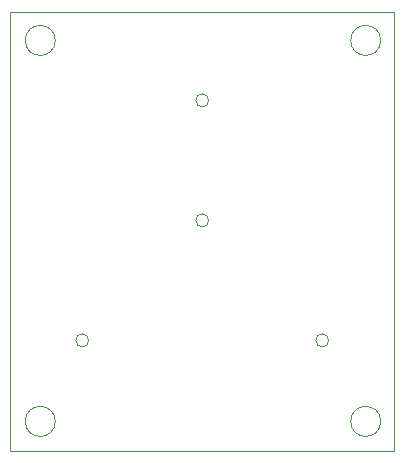
<source format=gbr>
%TF.GenerationSoftware,KiCad,Pcbnew,7.0.9*%
%TF.CreationDate,2023-12-18T23:10:01+09:00*%
%TF.ProjectId,ipad_osd_control,69706164-5f6f-4736-945f-636f6e74726f,1*%
%TF.SameCoordinates,Original*%
%TF.FileFunction,Profile,NP*%
%FSLAX46Y46*%
G04 Gerber Fmt 4.6, Leading zero omitted, Abs format (unit mm)*
G04 Created by KiCad (PCBNEW 7.0.9) date 2023-12-18 23:10:01*
%MOMM*%
%LPD*%
G01*
G04 APERTURE LIST*
%TA.AperFunction,Profile*%
%ADD10C,0.100000*%
%TD*%
G04 APERTURE END LIST*
D10*
X128820000Y-81280000D02*
G75*
G03*
X128820000Y-81280000I-550000J0D01*
G01*
X128820000Y-91440000D02*
G75*
G03*
X128820000Y-91440000I-550000J0D01*
G01*
X138980000Y-101600000D02*
G75*
G03*
X138980000Y-101600000I-550000J0D01*
G01*
X118660000Y-101600000D02*
G75*
G03*
X118660000Y-101600000I-550000J0D01*
G01*
X115824000Y-108458000D02*
G75*
G03*
X115824000Y-108458000I-1270000J0D01*
G01*
X143383000Y-76200000D02*
G75*
G03*
X143383000Y-76200000I-1270000J0D01*
G01*
X115824000Y-76200000D02*
G75*
G03*
X115824000Y-76200000I-1270000J0D01*
G01*
X143383000Y-108458000D02*
G75*
G03*
X143383000Y-108458000I-1270000J0D01*
G01*
X112014000Y-73787000D02*
X144526000Y-73787000D01*
X144526000Y-110998000D01*
X112014000Y-110998000D01*
X112014000Y-73787000D01*
M02*

</source>
